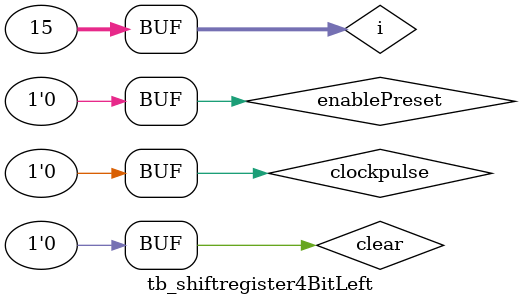
<source format=v>
module tb_shiftregister4BitLeft;
reg clockpulse;
reg clear;
reg enablePreset;
wire [3:0] out;
wire [3:0] notout;
integer i;

initial begin
    clockpulse = 1'b0;
    clear = 1'b1;
    enablePreset = 1'b0;
    i = 0;
    
    #10;
    clear = 1'b0;
    
    for (i = 0; i < 4'hf; i = i + 1) begin
        if (i == 0) begin
            enablePreset = 1'b1;
        end
        
        clockpulse = 1'b1;
        
        #5;
        clockpulse = 1'b0;
        enablePreset = 1'b0;
        
        #5;
    end
end

shiftregister4BitLeft dut(
    .clockpulse(clockpulse),
    .clear(clear),
    .serialInput(1'b0),
    .enablePreset(enablePreset),
    .preset(4'b1100),
    .out(out),
    .notout(notout)
    );

endmodule

</source>
